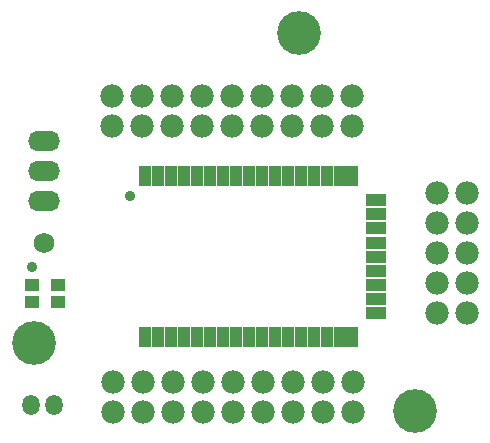
<source format=gts>
G04*
G04 #@! TF.GenerationSoftware,Altium Limited,Altium Designer,20.0.13 (296)*
G04*
G04 Layer_Color=8388736*
%FSLAX25Y25*%
%MOIN*%
G70*
G01*
G75*
%ADD13R,0.03950X0.06800*%
%ADD14R,0.06800X0.03950*%
%ADD15R,0.05131X0.04343*%
%ADD16O,0.10642X0.06800*%
%ADD17C,0.06800*%
%ADD18C,0.07800*%
%ADD19O,0.05721X0.06800*%
%ADD20C,0.03600*%
%ADD21C,0.14580*%
D13*
X316161Y63500D02*
D03*
X320492D02*
D03*
X268524D02*
D03*
X272854D02*
D03*
X281516D02*
D03*
X290177D02*
D03*
X294508D02*
D03*
X298839D02*
D03*
X303169D02*
D03*
X307500D02*
D03*
X311831D02*
D03*
X324823D02*
D03*
X329153D02*
D03*
X337815D02*
D03*
X277185D02*
D03*
X285846D02*
D03*
X333484D02*
D03*
X316161Y117043D02*
D03*
X320492D02*
D03*
X268524D02*
D03*
X272854D02*
D03*
X281516D02*
D03*
X290177D02*
D03*
X294508D02*
D03*
X298839D02*
D03*
X303169D02*
D03*
X307500D02*
D03*
X311831D02*
D03*
X324823D02*
D03*
X329153D02*
D03*
X337815D02*
D03*
X277185D02*
D03*
X285846D02*
D03*
X333484D02*
D03*
D14*
X345689Y85547D02*
D03*
Y109169D02*
D03*
Y104445D02*
D03*
Y99721D02*
D03*
Y94996D02*
D03*
Y90272D02*
D03*
Y71374D02*
D03*
Y76098D02*
D03*
Y80823D02*
D03*
D15*
X231000Y75047D02*
D03*
Y80953D02*
D03*
X239500D02*
D03*
Y75047D02*
D03*
D16*
X235000Y119000D02*
D03*
Y129000D02*
D03*
Y109000D02*
D03*
D17*
Y95000D02*
D03*
D18*
X337500Y144000D02*
D03*
Y134000D02*
D03*
X327500Y144000D02*
D03*
Y134000D02*
D03*
X317500Y144000D02*
D03*
Y134000D02*
D03*
X307500Y144000D02*
D03*
Y134000D02*
D03*
X297500Y144000D02*
D03*
Y134000D02*
D03*
X287500Y144000D02*
D03*
Y134000D02*
D03*
X277500Y144000D02*
D03*
Y134000D02*
D03*
X267500Y144000D02*
D03*
Y134000D02*
D03*
X257500Y144000D02*
D03*
Y134000D02*
D03*
X258000Y38500D02*
D03*
Y48500D02*
D03*
X268000Y38500D02*
D03*
Y48500D02*
D03*
X278000Y38500D02*
D03*
Y48500D02*
D03*
X288000Y38500D02*
D03*
Y48500D02*
D03*
X298000Y38500D02*
D03*
Y48500D02*
D03*
X308000Y38500D02*
D03*
Y48500D02*
D03*
X318000Y38500D02*
D03*
Y48500D02*
D03*
X328000Y38500D02*
D03*
Y48500D02*
D03*
X338000Y38500D02*
D03*
Y48500D02*
D03*
X366000Y111500D02*
D03*
X376000D02*
D03*
X366000Y101500D02*
D03*
X376000D02*
D03*
X366000Y91500D02*
D03*
X376000D02*
D03*
X366000Y81500D02*
D03*
X376000D02*
D03*
X366000Y71500D02*
D03*
X376000D02*
D03*
D19*
X230563Y41000D02*
D03*
X238437D02*
D03*
D20*
X231000Y87000D02*
D03*
X263500Y110500D02*
D03*
D21*
X358500Y39000D02*
D03*
X320000Y165000D02*
D03*
X231500Y61500D02*
D03*
M02*

</source>
